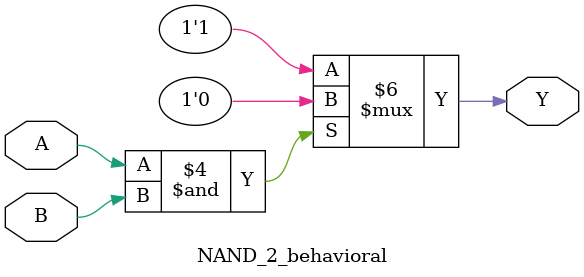
<source format=v>

module nand_gate_s(a,b,y);
input a,b;
output y;

nand(y,a,b);
                
endmodule


//NAND gate using data flow modeling
module nand_gate_d(a,b,y);
input a,b;
output y;

assign y = ~(a & b);
                
endmodule


//NAND gate using behavioural modeling
module NAND_2_behavioral (output reg Y, input A, B);
always @ (A or B) begin
    if (A == 1'b1 & B == 1'b1) begin
        Y = 1'b0;
    end
    else 
        Y = 1'b1; 
end
endmodule

</source>
